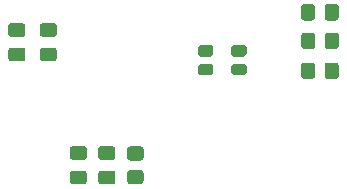
<source format=gtp>
G04 #@! TF.GenerationSoftware,KiCad,Pcbnew,(5.1.12)-1*
G04 #@! TF.CreationDate,2021-11-28T01:24:50-03:00*
G04 #@! TF.ProjectId,SHIELD_MEGA,53484945-4c44-45f4-9d45-47412e6b6963,rev?*
G04 #@! TF.SameCoordinates,Original*
G04 #@! TF.FileFunction,Paste,Top*
G04 #@! TF.FilePolarity,Positive*
%FSLAX46Y46*%
G04 Gerber Fmt 4.6, Leading zero omitted, Abs format (unit mm)*
G04 Created by KiCad (PCBNEW (5.1.12)-1) date 2021-11-28 01:24:50*
%MOMM*%
%LPD*%
G01*
G04 APERTURE LIST*
G04 APERTURE END LIST*
G36*
G01*
X136129000Y-97404200D02*
X136129000Y-96804200D01*
G75*
G02*
X136329000Y-96604200I200000J0D01*
G01*
X137229000Y-96604200D01*
G75*
G02*
X137429000Y-96804200I0J-200000D01*
G01*
X137429000Y-97404200D01*
G75*
G02*
X137229000Y-97604200I-200000J0D01*
G01*
X136329000Y-97604200D01*
G75*
G02*
X136129000Y-97404200I0J200000D01*
G01*
G37*
G36*
G01*
X133332000Y-97404200D02*
X133332000Y-96804200D01*
G75*
G02*
X133532000Y-96604200I200000J0D01*
G01*
X134432000Y-96604200D01*
G75*
G02*
X134632000Y-96804200I0J-200000D01*
G01*
X134632000Y-97404200D01*
G75*
G02*
X134432000Y-97604200I-200000J0D01*
G01*
X133532000Y-97604200D01*
G75*
G02*
X133332000Y-97404200I0J200000D01*
G01*
G37*
G36*
G01*
X136129000Y-99004400D02*
X136129000Y-98404400D01*
G75*
G02*
X136329000Y-98204400I200000J0D01*
G01*
X137229000Y-98204400D01*
G75*
G02*
X137429000Y-98404400I0J-200000D01*
G01*
X137429000Y-99004400D01*
G75*
G02*
X137229000Y-99204400I-200000J0D01*
G01*
X136329000Y-99204400D01*
G75*
G02*
X136129000Y-99004400I0J200000D01*
G01*
G37*
G36*
G01*
X133332000Y-99004400D02*
X133332000Y-98404400D01*
G75*
G02*
X133532000Y-98204400I200000J0D01*
G01*
X134432000Y-98204400D01*
G75*
G02*
X134632000Y-98404400I0J-200000D01*
G01*
X134632000Y-99004400D01*
G75*
G02*
X134432000Y-99204400I-200000J0D01*
G01*
X133532000Y-99204400D01*
G75*
G02*
X133332000Y-99004400I0J200000D01*
G01*
G37*
G36*
G01*
X144037000Y-94303001D02*
X144037000Y-93402999D01*
G75*
G02*
X144286999Y-93153000I249999J0D01*
G01*
X144987001Y-93153000D01*
G75*
G02*
X145237000Y-93402999I0J-249999D01*
G01*
X145237000Y-94303001D01*
G75*
G02*
X144987001Y-94553000I-249999J0D01*
G01*
X144286999Y-94553000D01*
G75*
G02*
X144037000Y-94303001I0J249999D01*
G01*
G37*
G36*
G01*
X142037000Y-94303001D02*
X142037000Y-93402999D01*
G75*
G02*
X142286999Y-93153000I249999J0D01*
G01*
X142987001Y-93153000D01*
G75*
G02*
X143237000Y-93402999I0J-249999D01*
G01*
X143237000Y-94303001D01*
G75*
G02*
X142987001Y-94553000I-249999J0D01*
G01*
X142286999Y-94553000D01*
G75*
G02*
X142037000Y-94303001I0J249999D01*
G01*
G37*
G36*
G01*
X144053000Y-96716001D02*
X144053000Y-95815999D01*
G75*
G02*
X144302999Y-95566000I249999J0D01*
G01*
X145003001Y-95566000D01*
G75*
G02*
X145253000Y-95815999I0J-249999D01*
G01*
X145253000Y-96716001D01*
G75*
G02*
X145003001Y-96966000I-249999J0D01*
G01*
X144302999Y-96966000D01*
G75*
G02*
X144053000Y-96716001I0J249999D01*
G01*
G37*
G36*
G01*
X142053000Y-96716001D02*
X142053000Y-95815999D01*
G75*
G02*
X142302999Y-95566000I249999J0D01*
G01*
X143003001Y-95566000D01*
G75*
G02*
X143253000Y-95815999I0J-249999D01*
G01*
X143253000Y-96716001D01*
G75*
G02*
X143003001Y-96966000I-249999J0D01*
G01*
X142302999Y-96966000D01*
G75*
G02*
X142053000Y-96716001I0J249999D01*
G01*
G37*
G36*
G01*
X144037000Y-99256001D02*
X144037000Y-98355999D01*
G75*
G02*
X144286999Y-98106000I249999J0D01*
G01*
X144987001Y-98106000D01*
G75*
G02*
X145237000Y-98355999I0J-249999D01*
G01*
X145237000Y-99256001D01*
G75*
G02*
X144987001Y-99506000I-249999J0D01*
G01*
X144286999Y-99506000D01*
G75*
G02*
X144037000Y-99256001I0J249999D01*
G01*
G37*
G36*
G01*
X142037000Y-99256001D02*
X142037000Y-98355999D01*
G75*
G02*
X142286999Y-98106000I249999J0D01*
G01*
X142987001Y-98106000D01*
G75*
G02*
X143237000Y-98355999I0J-249999D01*
G01*
X143237000Y-99256001D01*
G75*
G02*
X142987001Y-99506000I-249999J0D01*
G01*
X142286999Y-99506000D01*
G75*
G02*
X142037000Y-99256001I0J249999D01*
G01*
G37*
G36*
G01*
X127565999Y-107207000D02*
X128466001Y-107207000D01*
G75*
G02*
X128716000Y-107456999I0J-249999D01*
G01*
X128716000Y-108157001D01*
G75*
G02*
X128466001Y-108407000I-249999J0D01*
G01*
X127565999Y-108407000D01*
G75*
G02*
X127316000Y-108157001I0J249999D01*
G01*
X127316000Y-107456999D01*
G75*
G02*
X127565999Y-107207000I249999J0D01*
G01*
G37*
G36*
G01*
X127565999Y-105207000D02*
X128466001Y-105207000D01*
G75*
G02*
X128716000Y-105456999I0J-249999D01*
G01*
X128716000Y-106157001D01*
G75*
G02*
X128466001Y-106407000I-249999J0D01*
G01*
X127565999Y-106407000D01*
G75*
G02*
X127316000Y-106157001I0J249999D01*
G01*
X127316000Y-105456999D01*
G75*
G02*
X127565999Y-105207000I249999J0D01*
G01*
G37*
G36*
G01*
X125128000Y-107257000D02*
X126078000Y-107257000D01*
G75*
G02*
X126328000Y-107507000I0J-250000D01*
G01*
X126328000Y-108182000D01*
G75*
G02*
X126078000Y-108432000I-250000J0D01*
G01*
X125128000Y-108432000D01*
G75*
G02*
X124878000Y-108182000I0J250000D01*
G01*
X124878000Y-107507000D01*
G75*
G02*
X125128000Y-107257000I250000J0D01*
G01*
G37*
G36*
G01*
X125128000Y-105182000D02*
X126078000Y-105182000D01*
G75*
G02*
X126328000Y-105432000I0J-250000D01*
G01*
X126328000Y-106107000D01*
G75*
G02*
X126078000Y-106357000I-250000J0D01*
G01*
X125128000Y-106357000D01*
G75*
G02*
X124878000Y-106107000I0J250000D01*
G01*
X124878000Y-105432000D01*
G75*
G02*
X125128000Y-105182000I250000J0D01*
G01*
G37*
G36*
G01*
X122715000Y-107257000D02*
X123665000Y-107257000D01*
G75*
G02*
X123915000Y-107507000I0J-250000D01*
G01*
X123915000Y-108182000D01*
G75*
G02*
X123665000Y-108432000I-250000J0D01*
G01*
X122715000Y-108432000D01*
G75*
G02*
X122465000Y-108182000I0J250000D01*
G01*
X122465000Y-107507000D01*
G75*
G02*
X122715000Y-107257000I250000J0D01*
G01*
G37*
G36*
G01*
X122715000Y-105182000D02*
X123665000Y-105182000D01*
G75*
G02*
X123915000Y-105432000I0J-250000D01*
G01*
X123915000Y-106107000D01*
G75*
G02*
X123665000Y-106357000I-250000J0D01*
G01*
X122715000Y-106357000D01*
G75*
G02*
X122465000Y-106107000I0J250000D01*
G01*
X122465000Y-105432000D01*
G75*
G02*
X122715000Y-105182000I250000J0D01*
G01*
G37*
G36*
G01*
X121125000Y-95943000D02*
X120175000Y-95943000D01*
G75*
G02*
X119925000Y-95693000I0J250000D01*
G01*
X119925000Y-95018000D01*
G75*
G02*
X120175000Y-94768000I250000J0D01*
G01*
X121125000Y-94768000D01*
G75*
G02*
X121375000Y-95018000I0J-250000D01*
G01*
X121375000Y-95693000D01*
G75*
G02*
X121125000Y-95943000I-250000J0D01*
G01*
G37*
G36*
G01*
X121125000Y-98018000D02*
X120175000Y-98018000D01*
G75*
G02*
X119925000Y-97768000I0J250000D01*
G01*
X119925000Y-97093000D01*
G75*
G02*
X120175000Y-96843000I250000J0D01*
G01*
X121125000Y-96843000D01*
G75*
G02*
X121375000Y-97093000I0J-250000D01*
G01*
X121375000Y-97768000D01*
G75*
G02*
X121125000Y-98018000I-250000J0D01*
G01*
G37*
G36*
G01*
X118458000Y-95943000D02*
X117508000Y-95943000D01*
G75*
G02*
X117258000Y-95693000I0J250000D01*
G01*
X117258000Y-95018000D01*
G75*
G02*
X117508000Y-94768000I250000J0D01*
G01*
X118458000Y-94768000D01*
G75*
G02*
X118708000Y-95018000I0J-250000D01*
G01*
X118708000Y-95693000D01*
G75*
G02*
X118458000Y-95943000I-250000J0D01*
G01*
G37*
G36*
G01*
X118458000Y-98018000D02*
X117508000Y-98018000D01*
G75*
G02*
X117258000Y-97768000I0J250000D01*
G01*
X117258000Y-97093000D01*
G75*
G02*
X117508000Y-96843000I250000J0D01*
G01*
X118458000Y-96843000D01*
G75*
G02*
X118708000Y-97093000I0J-250000D01*
G01*
X118708000Y-97768000D01*
G75*
G02*
X118458000Y-98018000I-250000J0D01*
G01*
G37*
M02*

</source>
